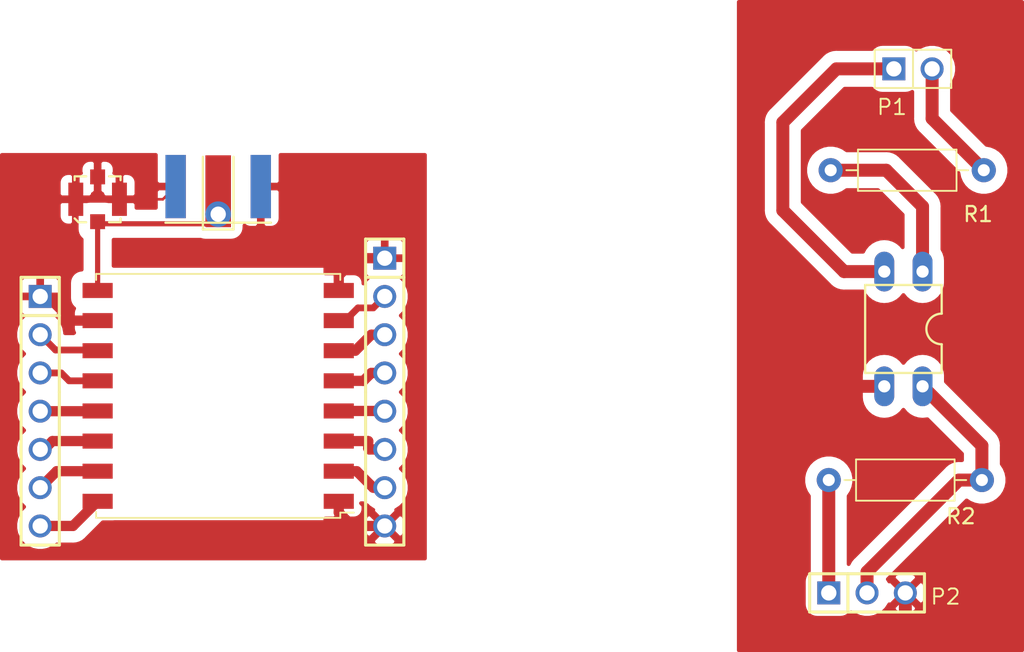
<source format=kicad_pcb>
(kicad_pcb (version 20171130) (host pcbnew "(5.1.9)-1")

  (general
    (thickness 1.6)
    (drawings 0)
    (tracks 74)
    (zones 0)
    (modules 11)
    (nets 15)
  )

  (page A4)
  (layers
    (0 F.Cu signal)
    (31 B.Cu signal)
    (32 B.Adhes user hide)
    (33 F.Adhes user hide)
    (34 B.Paste user hide)
    (35 F.Paste user hide)
    (36 B.SilkS user hide)
    (37 F.SilkS user hide)
    (38 B.Mask user hide)
    (39 F.Mask user hide)
    (40 Dwgs.User user hide)
    (41 Cmts.User user hide)
    (42 Eco1.User user hide)
    (43 Eco2.User user hide)
    (44 Edge.Cuts user hide)
    (45 Margin user hide)
    (46 B.CrtYd user hide)
    (47 F.CrtYd user)
    (48 B.Fab user hide)
    (49 F.Fab user hide)
  )

  (setup
    (last_trace_width 0.86)
    (user_trace_width 0.45)
    (user_trace_width 0.68)
    (user_trace_width 0.86)
    (trace_clearance 0.2)
    (zone_clearance 0.762)
    (zone_45_only no)
    (trace_min 0.2)
    (via_size 0.8)
    (via_drill 0.4)
    (via_min_size 0.4)
    (via_min_drill 0.3)
    (uvia_size 0.3)
    (uvia_drill 0.1)
    (uvias_allowed no)
    (uvia_min_size 0.2)
    (uvia_min_drill 0.1)
    (edge_width 0.05)
    (segment_width 0.2)
    (pcb_text_width 0.3)
    (pcb_text_size 1.5 1.5)
    (mod_edge_width 0.12)
    (mod_text_size 1 1)
    (mod_text_width 0.15)
    (pad_size 1.524 1.524)
    (pad_drill 1.016)
    (pad_to_mask_clearance 0)
    (aux_axis_origin 0 0)
    (visible_elements 7FFFFFFF)
    (pcbplotparams
      (layerselection 0x010fc_ffffffff)
      (usegerberextensions false)
      (usegerberattributes true)
      (usegerberadvancedattributes true)
      (creategerberjobfile true)
      (excludeedgelayer true)
      (linewidth 0.100000)
      (plotframeref false)
      (viasonmask false)
      (mode 1)
      (useauxorigin false)
      (hpglpennumber 1)
      (hpglpenspeed 20)
      (hpglpendiameter 15.000000)
      (psnegative false)
      (psa4output false)
      (plotreference true)
      (plotvalue true)
      (plotinvisibletext false)
      (padsonsilk false)
      (subtractmaskfromsilk false)
      (outputformat 1)
      (mirror false)
      (drillshape 1)
      (scaleselection 1)
      (outputdirectory ""))
  )

  (net 0 "")
  (net 1 /DIO2)
  (net 2 /DIO1)
  (net 3 /3V3)
  (net 4 /DIO0)
  (net 5 "Net-(P1-Pad3)")
  (net 6 "Net-(P1-Pad2)")
  (net 7 /GND)
  (net 8 /MOSI)
  (net 9 /NSS)
  (net 10 /RST)
  (net 11 "Net-(P2-Pad2)")
  (net 12 /MISO)
  (net 13 /SCK)
  (net 14 "Net-(U1-Pad9)")

  (net_class Default "This is the default net class."
    (clearance 0.2)
    (trace_width 0.25)
    (via_dia 0.8)
    (via_drill 0.4)
    (uvia_dia 0.3)
    (uvia_drill 0.1)
    (add_net /3V3)
    (add_net /DIO0)
    (add_net /DIO1)
    (add_net /DIO2)
    (add_net /GND)
    (add_net /MISO)
    (add_net /MOSI)
    (add_net /NSS)
    (add_net /RST)
    (add_net /SCK)
    (add_net "Net-(P1-Pad2)")
    (add_net "Net-(P1-Pad3)")
    (add_net "Net-(P2-Pad2)")
    (add_net "Net-(U1-Pad9)")
  )

  (module Header:HEADER_M_2.54MM_1R2P_ST_AU_PTH (layer F.Cu) (tedit 5E3B7C46) (tstamp 6030D884)
    (at 178.435 84.582)
    (tags Header)
    (path /6025BE47)
    (fp_text reference P1 (at -1.397 2.54) (layer F.SilkS)
      (effects (font (size 1.016 1.016) (thickness 0.127)))
    )
    (fp_text value " " (at 0 -2.159) (layer F.SilkS) hide
      (effects (font (size 1.016 1.016) (thickness 0.127)))
    )
    (fp_line (start 2.54 -1.27) (end 2.54 1.27) (layer F.CrtYd) (width 0.127))
    (fp_line (start 2.54 1.27) (end -2.54 1.27) (layer F.CrtYd) (width 0.127))
    (fp_line (start -2.54 1.27) (end -2.54 -1.27) (layer F.CrtYd) (width 0.127))
    (fp_line (start -2.54 -1.27) (end 2.54 -1.27) (layer F.CrtYd) (width 0.127))
    (fp_line (start -2.54 1.27) (end -2.54 -1.27) (layer F.Fab) (width 0.127))
    (fp_line (start 2.54 1.27) (end -2.54 1.27) (layer F.Fab) (width 0.127))
    (fp_line (start 2.54 -1.27) (end 2.54 1.27) (layer F.Fab) (width 0.127))
    (fp_line (start -2.54 -1.27) (end 2.54 -1.27) (layer F.Fab) (width 0.127))
    (fp_line (start 0 -1.27) (end 0 1.27) (layer F.SilkS) (width 0.127))
    (fp_line (start -2.54 1.27) (end -2.54 -1.27) (layer F.SilkS) (width 0.127))
    (fp_line (start -2.54 -1.27) (end 0 -1.27) (layer F.SilkS) (width 0.127))
    (fp_line (start -2.54 1.27) (end 0 1.27) (layer F.SilkS) (width 0.127))
    (fp_line (start 0 1.27) (end 2.54 1.27) (layer F.SilkS) (width 0.127))
    (fp_line (start 0 -1.27) (end 2.54 -1.27) (layer F.SilkS) (width 0.127))
    (fp_line (start 2.54 -1.27) (end 2.54 1.27) (layer F.SilkS) (width 0.127))
    (fp_text user %R (at 0 0) (layer F.Fab)
      (effects (font (size 1.016 1.016) (thickness 0.127)))
    )
    (pad 2 thru_hole circle (at 1.27 0) (size 1.524 1.524) (drill 1.016) (layers *.Cu *.Mask))
    (pad 1 thru_hole rect (at -1.27 0) (size 1.524 1.524) (drill 1.016) (layers *.Cu *.Mask))
    (model ${CASCO_LOGIX_KISYS3DMOD}/Headers/STEP/HEADER_M_2.54MM_1R2P_ST_AU_PTH.step
      (at (xyz 0 0 0))
      (scale (xyz 1 1 1))
      (rotate (xyz 0 0 0))
    )
  )

  (module Connector:SMA_EDGE (layer F.Cu) (tedit 60247C92) (tstamp 60247C98)
    (at 132.334 90.297 270)
    (path /561309D6)
    (fp_text reference " " (at 1.143 4.572) (layer F.SilkS) hide
      (effects (font (size 1.016 1.016) (thickness 0.2032)))
    )
    (fp_text value SMA (at 2.1 4.5 270) (layer F.Fab)
      (effects (font (size 1.016 1.016) (thickness 0.2032)))
    )
    (fp_line (start 0.2 -3.8) (end 1.2 -4.7) (layer F.Fab) (width 0.127))
    (fp_line (start 0.2 -3.8) (end 0.7 -4) (layer F.Fab) (width 0.127))
    (fp_line (start 0.2 -3.8) (end 0.4 -4.2) (layer F.Fab) (width 0.127))
    (fp_line (start 0 -3.5) (end 0 3.5) (layer F.Fab) (width 0.127))
    (fp_line (start 4.5 -3.5) (end 4.5 3.5) (layer F.SilkS) (width 0.15))
    (fp_text user "PCB Edge" (at 3.1 -5 270) (layer F.Fab) hide
      (effects (font (size 0.5 0.5) (thickness 0.1)))
    )
    (pad 1 connect rect (at 1.9 0 270) (size 3.6 1.27) (layers F.Cu F.Mask))
    (pad 3 connect rect (at 2.1 2.825 270) (size 4.199999 1.35) (layers F.Cu F.Mask)
      (net 7 /GND))
    (pad 2 connect rect (at 2.1 -2.825 270) (size 4.199999 1.35) (layers F.Cu F.Mask)
      (net 7 /GND))
    (pad "" connect rect (at 2.1 -2.825 270) (size 4.2 1.35) (layers B.Cu B.Mask))
    (pad "" connect rect (at 2.1 2.825 270) (size 4.2 1.35) (layers B.Cu B.Mask))
    (model C:/Engineering/KiCAD_Libraries/3D/Connectors/RF/VRML/SMA_EDGE.wrl
      (at (xyz 0 0 0))
      (scale (xyz 1 1 1))
      (rotate (xyz 0 0 0))
    )
  )

  (module Header:HEADER_M_2.54MM_1R3P_ST_AU_PTH (layer F.Cu) (tedit 603101F5) (tstamp 6030D870)
    (at 175.387 119.38)
    (tags Header)
    (path /6025DB5C)
    (fp_text reference P2 (at 5.207 0.254 180) (layer F.SilkS)
      (effects (font (size 1.016 1.016) (thickness 0.127)))
    )
    (fp_text value " " (at 0 -2.159) (layer F.SilkS) hide
      (effects (font (size 1.016 1.016) (thickness 0.127)))
    )
    (fp_line (start -1.27 -1.27) (end -1.27 1.27) (layer F.SilkS) (width 0.2032))
    (fp_line (start -3.81 -1.27) (end -3.81 1.27) (layer F.SilkS) (width 0.2032))
    (fp_line (start -3.81 1.27) (end 3.81 1.27) (layer F.SilkS) (width 0.2032))
    (fp_line (start 3.81 1.27) (end 3.81 -1.27) (layer F.SilkS) (width 0.2032))
    (fp_line (start 3.81 -1.27) (end -3.81 -1.27) (layer F.SilkS) (width 0.2032))
    (fp_line (start -3.81 -1.27) (end 3.81 -1.27) (layer F.Fab) (width 0.127))
    (fp_line (start 3.81 -1.27) (end 3.81 1.27) (layer F.Fab) (width 0.127))
    (fp_line (start 3.81 1.27) (end -3.81 1.27) (layer F.Fab) (width 0.127))
    (fp_line (start -3.81 1.27) (end -3.81 -1.27) (layer F.Fab) (width 0.127))
    (fp_line (start -3.81 -1.27) (end 3.81 -1.27) (layer F.CrtYd) (width 0.127))
    (fp_line (start 3.81 -1.27) (end 3.81 1.27) (layer F.CrtYd) (width 0.127))
    (fp_line (start 3.81 1.27) (end -3.81 1.27) (layer F.CrtYd) (width 0.127))
    (fp_line (start -3.81 1.27) (end -3.81 -1.27) (layer F.CrtYd) (width 0.127))
    (fp_text user %R (at 0 0) (layer F.Fab)
      (effects (font (size 1.016 1.016) (thickness 0.127)))
    )
    (pad 1 thru_hole rect (at -2.54 0) (size 1.524 1.524) (drill 1.016) (layers *.Cu *.Mask))
    (pad 2 thru_hole circle (at 0 0) (size 1.524 1.524) (drill 1.016) (layers *.Cu *.Mask))
    (pad 3 thru_hole circle (at 2.54 0) (size 1.524 1.524) (drill 1.016) (layers *.Cu *.Mask))
    (model ${CASCO_LOGIX_KISYS3DMOD}/Headers/STEP/HEADER_M_2.54MM_1R3P_ST_AU_PTH.step
      (at (xyz 0 0 0))
      (scale (xyz 1 1 1))
      (rotate (xyz 0 0 0))
    )
  )

  (module Resistor_THT:R_Axial_DIN0207_L6.3mm_D2.5mm_P10.16mm_Horizontal (layer F.Cu) (tedit 5AE5139B) (tstamp 6030D85A)
    (at 172.847 111.887)
    (descr "Resistor, Axial_DIN0207 series, Axial, Horizontal, pin pitch=10.16mm, 0.25W = 1/4W, length*diameter=6.3*2.5mm^2, http://cdn-reichelt.de/documents/datenblatt/B400/1_4W%23YAG.pdf")
    (tags "Resistor Axial_DIN0207 series Axial Horizontal pin pitch 10.16mm 0.25W = 1/4W length 6.3mm diameter 2.5mm")
    (path /6025B430)
    (fp_text reference R2 (at 8.763 2.413) (layer F.SilkS)
      (effects (font (size 1 1) (thickness 0.15)))
    )
    (fp_text value R (at 5.08 2.37) (layer F.Fab)
      (effects (font (size 1 1) (thickness 0.15)))
    )
    (fp_line (start 1.93 -1.25) (end 1.93 1.25) (layer F.Fab) (width 0.1))
    (fp_line (start 1.93 1.25) (end 8.23 1.25) (layer F.Fab) (width 0.1))
    (fp_line (start 8.23 1.25) (end 8.23 -1.25) (layer F.Fab) (width 0.1))
    (fp_line (start 8.23 -1.25) (end 1.93 -1.25) (layer F.Fab) (width 0.1))
    (fp_line (start 0 0) (end 1.93 0) (layer F.Fab) (width 0.1))
    (fp_line (start 10.16 0) (end 8.23 0) (layer F.Fab) (width 0.1))
    (fp_line (start 1.81 -1.37) (end 1.81 1.37) (layer F.SilkS) (width 0.12))
    (fp_line (start 1.81 1.37) (end 8.35 1.37) (layer F.SilkS) (width 0.12))
    (fp_line (start 8.35 1.37) (end 8.35 -1.37) (layer F.SilkS) (width 0.12))
    (fp_line (start 8.35 -1.37) (end 1.81 -1.37) (layer F.SilkS) (width 0.12))
    (fp_line (start 1.04 0) (end 1.81 0) (layer F.SilkS) (width 0.12))
    (fp_line (start 9.12 0) (end 8.35 0) (layer F.SilkS) (width 0.12))
    (fp_line (start -1.05 -1.5) (end -1.05 1.5) (layer F.CrtYd) (width 0.05))
    (fp_line (start -1.05 1.5) (end 11.21 1.5) (layer F.CrtYd) (width 0.05))
    (fp_line (start 11.21 1.5) (end 11.21 -1.5) (layer F.CrtYd) (width 0.05))
    (fp_line (start 11.21 -1.5) (end -1.05 -1.5) (layer F.CrtYd) (width 0.05))
    (fp_text user %R (at 5.08 0) (layer F.Fab)
      (effects (font (size 1 1) (thickness 0.15)))
    )
    (pad 2 thru_hole oval (at 10.16 0) (size 1.6 1.6) (drill 0.8) (layers *.Cu *.Mask))
    (pad 1 thru_hole circle (at 0 0) (size 1.6 1.6) (drill 0.8) (layers *.Cu *.Mask))
    (model ${KISYS3DMOD}/Resistor_THT.3dshapes/R_Axial_DIN0207_L6.3mm_D2.5mm_P10.16mm_Horizontal.wrl
      (at (xyz 0 0 0))
      (scale (xyz 1 1 1))
      (rotate (xyz 0 0 0))
    )
  )

  (module PC814:DIL04 (layer F.Cu) (tedit 60227CC4) (tstamp 6030D84D)
    (at 177.8 101.854 180)
    (descr "<b>Dual In Line Package</b>")
    (path /60258C89)
    (fp_text reference " " (at -0.127 -0.254 180) (layer F.SilkS) hide
      (effects (font (size 1.000126 1.000126) (thickness 0.015)))
    )
    (fp_text value PC814 (at 3.559965 -0.254275 180) (layer F.Fab)
      (effects (font (size 1.00111 1.00111) (thickness 0.015)))
    )
    (fp_line (start -2.54 2.921) (end -2.54 1.016) (layer F.SilkS) (width 0.1524))
    (fp_line (start -2.54 -2.921) (end -2.54 -1.016) (layer F.SilkS) (width 0.1524))
    (fp_line (start 2.54 -2.921) (end 2.54 2.921) (layer F.SilkS) (width 0.1524))
    (fp_line (start -2.54 2.921) (end 2.54 2.921) (layer F.SilkS) (width 0.1524))
    (fp_line (start 2.54 -2.921) (end -2.54 -2.921) (layer F.SilkS) (width 0.1524))
    (fp_arc (start -2.54 0) (end -2.54 1.016) (angle -180) (layer F.SilkS) (width 0.1524))
    (pad 1 thru_hole oval (at -1.27 3.81 180) (size 1.3208 2.6416) (drill 0.8128) (layers *.Cu *.Mask))
    (pad 2 thru_hole oval (at 1.27 3.81 180) (size 1.3208 2.6416) (drill 0.8128) (layers *.Cu *.Mask))
    (pad 3 thru_hole oval (at 1.27 -3.81 180) (size 1.3208 2.6416) (drill 0.8128) (layers *.Cu *.Mask))
    (pad 4 thru_hole oval (at -1.27 -3.81 180) (size 1.3208 2.6416) (drill 0.8128) (layers *.Cu *.Mask))
  )

  (module Resistor_THT:R_Axial_DIN0207_L6.3mm_D2.5mm_P10.16mm_Horizontal (layer F.Cu) (tedit 5AE5139B) (tstamp 6030D837)
    (at 183.134 91.313 180)
    (descr "Resistor, Axial_DIN0207 series, Axial, Horizontal, pin pitch=10.16mm, 0.25W = 1/4W, length*diameter=6.3*2.5mm^2, http://cdn-reichelt.de/documents/datenblatt/B400/1_4W%23YAG.pdf")
    (tags "Resistor Axial_DIN0207 series Axial Horizontal pin pitch 10.16mm 0.25W = 1/4W length 6.3mm diameter 2.5mm")
    (path /6025AB7B)
    (fp_text reference R1 (at 0.381 -2.921) (layer F.SilkS)
      (effects (font (size 1 1) (thickness 0.15)))
    )
    (fp_text value R (at 5.08 2.37) (layer F.Fab)
      (effects (font (size 1 1) (thickness 0.15)))
    )
    (fp_line (start 11.21 -1.5) (end -1.05 -1.5) (layer F.CrtYd) (width 0.05))
    (fp_line (start 11.21 1.5) (end 11.21 -1.5) (layer F.CrtYd) (width 0.05))
    (fp_line (start -1.05 1.5) (end 11.21 1.5) (layer F.CrtYd) (width 0.05))
    (fp_line (start -1.05 -1.5) (end -1.05 1.5) (layer F.CrtYd) (width 0.05))
    (fp_line (start 9.12 0) (end 8.35 0) (layer F.SilkS) (width 0.12))
    (fp_line (start 1.04 0) (end 1.81 0) (layer F.SilkS) (width 0.12))
    (fp_line (start 8.35 -1.37) (end 1.81 -1.37) (layer F.SilkS) (width 0.12))
    (fp_line (start 8.35 1.37) (end 8.35 -1.37) (layer F.SilkS) (width 0.12))
    (fp_line (start 1.81 1.37) (end 8.35 1.37) (layer F.SilkS) (width 0.12))
    (fp_line (start 1.81 -1.37) (end 1.81 1.37) (layer F.SilkS) (width 0.12))
    (fp_line (start 10.16 0) (end 8.23 0) (layer F.Fab) (width 0.1))
    (fp_line (start 0 0) (end 1.93 0) (layer F.Fab) (width 0.1))
    (fp_line (start 8.23 -1.25) (end 1.93 -1.25) (layer F.Fab) (width 0.1))
    (fp_line (start 8.23 1.25) (end 8.23 -1.25) (layer F.Fab) (width 0.1))
    (fp_line (start 1.93 1.25) (end 8.23 1.25) (layer F.Fab) (width 0.1))
    (fp_line (start 1.93 -1.25) (end 1.93 1.25) (layer F.Fab) (width 0.1))
    (fp_text user %R (at 5.08 0) (layer F.Fab)
      (effects (font (size 1 1) (thickness 0.15)))
    )
    (pad 1 thru_hole circle (at 0 0 180) (size 1.6 1.6) (drill 0.8) (layers *.Cu *.Mask))
    (pad 2 thru_hole oval (at 10.16 0 180) (size 1.6 1.6) (drill 0.8) (layers *.Cu *.Mask))
    (model ${KISYS3DMOD}/Resistor_THT.3dshapes/R_Axial_DIN0207_L6.3mm_D2.5mm_P10.16mm_Horizontal.wrl
      (at (xyz 0 0 0))
      (scale (xyz 1 1 1))
      (rotate (xyz 0 0 0))
    )
  )

  (module Connector:U.FL-R-SMT (layer F.Cu) (tedit 60247CCA) (tstamp 602479C4)
    (at 124.333 93.2434)
    (path /561159A2)
    (attr smd)
    (fp_text reference " " (at 1.524 2.5146) (layer F.SilkS) hide
      (effects (font (size 1.016 1.016) (thickness 0.2032)))
    )
    (fp_text value u.FL (at 0 3.81) (layer F.Fab) hide
      (effects (font (size 1.016 1.016) (thickness 0.2032)))
    )
    (fp_line (start 1.524 1.27) (end 1.524 1.524) (layer F.SilkS) (width 0.15))
    (fp_line (start -1.524 -1.524) (end -1.524 -1.27) (layer F.SilkS) (width 0.15))
    (fp_line (start 1.524 -1.524) (end 1.524 -1.27) (layer F.SilkS) (width 0.15))
    (fp_line (start -1.27 1.524) (end -0.762 1.524) (layer F.SilkS) (width 0.15))
    (fp_line (start -1.524 1.27) (end -1.27 1.524) (layer F.SilkS) (width 0.15))
    (fp_line (start -1.524 -1.524) (end -0.762 -1.524) (layer F.SilkS) (width 0.15))
    (fp_line (start 0.762 1.524) (end 1.524 1.524) (layer F.SilkS) (width 0.15))
    (fp_line (start 0.762 -1.524) (end 1.524 -1.524) (layer F.SilkS) (width 0.15))
    (pad 3 smd rect (at 0 -1.4859) (size 0.9906 0.9906) (layers F.Cu F.Paste F.Mask)
      (net 7 /GND))
    (pad 2 smd rect (at -1.4478 0) (size 0.9906 2.2098) (layers F.Cu F.Paste F.Mask)
      (net 7 /GND))
    (pad 4 smd rect (at 1.4478 0) (size 0.9906 2.2098) (layers F.Cu F.Paste F.Mask)
      (net 7 /GND))
    (pad 1 smd rect (at 0 1.4859) (size 0.9906 0.9906) (layers F.Cu F.Paste F.Mask))
    (model C:/Engineering/KiCAD_Libraries/3D/Connectors/RF/VRML/UFL-R-SMT.wrl_
      (at (xyz 0 0 0))
      (scale (xyz 1 1 1))
      (rotate (xyz 0 0 0))
    )
  )

  (module Passive:ANTENNA_HELICAL_RA (layer F.Cu) (tedit 602FE13C) (tstamp 6024E84E)
    (at 132.334 94.234)
    (path /56130BF5)
    (fp_text reference " " (at 0 1.778) (layer F.SilkS) hide
      (effects (font (size 1.016 1.016) (thickness 0.2032)))
    )
    (fp_text value " " (at 0 1.778) (layer F.SilkS) hide
      (effects (font (size 1.016 1.016) (thickness 0.2032)))
    )
    (fp_line (start 1.016 1.016) (end 1.016 -3.81) (layer F.SilkS) (width 0.15))
    (fp_line (start -1.016 -3.81) (end -1.016 1.016) (layer F.SilkS) (width 0.15))
    (fp_line (start -1.016 1.016) (end 1.016 1.016) (layer F.SilkS) (width 0.15))
    (pad 1 smd rect (at 0 -1.524) (size 1.7018 4.7752) (layers F.Cu F.Mask))
    (pad 1 thru_hole circle (at 0 0) (size 1.7018 1.7018) (drill 1.016) (layers *.Cu *.Mask))
    (model C:/Engineering/KiCAD_Libraries/3D/Discrete/Passive/Antenna/VRML/SW868-TH13.wrl_
      (at (xyz 0 0 0))
      (scale (xyz 1 1 1))
      (rotate (xyz 0 0 0))
    )
  )

  (module Header:HEADER_M_2.54MM_1R7P_ST_AU_PTH (layer F.Cu) (tedit 5483E3A0) (tstamp 6024E41D)
    (at 120.523 107.315 270)
    (tags Header)
    (path /60249194)
    (fp_text reference " " (at 0 2.54 90) (layer F.SilkS) hide
      (effects (font (size 1.016 1.016) (thickness 0.127)))
    )
    (fp_text value " " (at -0.762 -20.193 90) (layer F.SilkS) hide
      (effects (font (size 1.016 1.016) (thickness 0.127)))
    )
    (fp_line (start 3.81 1.27) (end 8.89 1.27) (layer F.SilkS) (width 0.2032))
    (fp_line (start 3.81 -1.27) (end 8.89 -1.27) (layer F.SilkS) (width 0.2032))
    (fp_line (start -1.27 1.27) (end 3.81 1.27) (layer F.SilkS) (width 0.2032))
    (fp_line (start -1.27 -1.27) (end 3.81 -1.27) (layer F.SilkS) (width 0.2032))
    (fp_line (start -6.35 -1.27) (end -6.35 1.27) (layer F.SilkS) (width 0.2032))
    (fp_line (start -8.89 -1.27) (end -8.89 1.27) (layer F.SilkS) (width 0.2032))
    (fp_line (start -8.89 1.27) (end -1.27 1.27) (layer F.SilkS) (width 0.2032))
    (fp_line (start 8.89 1.27) (end 8.89 -1.27) (layer F.SilkS) (width 0.2032))
    (fp_line (start -1.27 -1.27) (end -8.89 -1.27) (layer F.SilkS) (width 0.2032))
    (pad 7 thru_hole circle (at 7.62 0 270) (size 1.524 1.524) (drill 1.016) (layers *.Cu *.Mask)
      (net 1 /DIO2))
    (pad 6 thru_hole circle (at 5.08 0 270) (size 1.524 1.524) (drill 1.016) (layers *.Cu *.Mask)
      (net 2 /DIO1))
    (pad 4 thru_hole circle (at 0 0 270) (size 1.524 1.524) (drill 1.016) (layers *.Cu *.Mask)
      (net 3 /3V3))
    (pad 5 thru_hole circle (at 2.54 0 270) (size 1.524 1.524) (drill 1.016) (layers *.Cu *.Mask)
      (net 4 /DIO0))
    (pad 3 thru_hole circle (at -2.54 0 270) (size 1.524 1.524) (drill 1.016) (layers *.Cu *.Mask)
      (net 5 "Net-(P1-Pad3)"))
    (pad 2 thru_hole circle (at -5.08 0 270) (size 1.524 1.524) (drill 1.016) (layers *.Cu *.Mask)
      (net 6 "Net-(P1-Pad2)"))
    (pad 1 thru_hole rect (at -7.62 0 270) (size 1.524 1.524) (drill 1.016) (layers *.Cu *.Mask)
      (net 7 /GND))
    (model C:/Engineering/KiCAD_Libraries/3D/Headers/VRML/HEADER_M_2.54MM_1R7P_ST_AU_PTH.wrl
      (at (xyz 0 0 0))
      (scale (xyz 1 1 1))
      (rotate (xyz 0 0 0))
    )
  )

  (module Header:HEADER_M_2.54MM_1R8P_ST_AU_PTH (layer F.Cu) (tedit 5483E539) (tstamp 6024E35E)
    (at 143.383 106.045 270)
    (tags Header)
    (path /6024B676)
    (fp_text reference " " (at 0 2.286 90) (layer F.SilkS) hide
      (effects (font (size 1.016 1.016) (thickness 0.127)))
    )
    (fp_text value " " (at 0 -2.159 90) (layer F.SilkS) hide
      (effects (font (size 1.016 1.016) (thickness 0.127)))
    )
    (fp_line (start 5.08 1.27) (end 10.16 1.27) (layer F.SilkS) (width 0.2032))
    (fp_line (start 5.08 -1.27) (end 10.16 -1.27) (layer F.SilkS) (width 0.2032))
    (fp_line (start 0 1.27) (end 5.08 1.27) (layer F.SilkS) (width 0.2032))
    (fp_line (start 0 -1.27) (end 5.08 -1.27) (layer F.SilkS) (width 0.2032))
    (fp_line (start -2.54 -1.27) (end 0 -1.27) (layer F.SilkS) (width 0.2032))
    (fp_line (start -2.54 1.27) (end 0 1.27) (layer F.SilkS) (width 0.2032))
    (fp_line (start -5.08 1.27) (end -2.54 1.27) (layer F.SilkS) (width 0.2032))
    (fp_line (start -5.08 -1.27) (end -2.54 -1.27) (layer F.SilkS) (width 0.2032))
    (fp_line (start 10.16 -1.27) (end 10.16 1.27) (layer F.SilkS) (width 0.2032))
    (fp_line (start -7.62 -1.27) (end -5.08 -1.27) (layer F.SilkS) (width 0.2032))
    (fp_line (start -7.62 1.27) (end -5.08 1.27) (layer F.SilkS) (width 0.2032))
    (fp_line (start -10.16 1.27) (end -7.62 1.27) (layer F.SilkS) (width 0.2032))
    (fp_line (start -10.16 -1.27) (end -7.62 -1.27) (layer F.SilkS) (width 0.2032))
    (fp_line (start -10.16 1.27) (end -10.16 -1.27) (layer F.SilkS) (width 0.2032))
    (fp_line (start -7.62 -1.27) (end -7.62 1.27) (layer F.SilkS) (width 0.2032))
    (pad 6 thru_hole circle (at 3.81 0 270) (size 1.524 1.524) (drill 1.016) (layers *.Cu *.Mask)
      (net 8 /MOSI))
    (pad 4 thru_hole circle (at -1.27 0 270) (size 1.524 1.524) (drill 1.016) (layers *.Cu *.Mask)
      (net 9 /NSS))
    (pad 3 thru_hole circle (at -3.81 0 270) (size 1.524 1.524) (drill 1.016) (layers *.Cu *.Mask)
      (net 10 /RST))
    (pad 2 thru_hole circle (at -6.35 0 270) (size 1.524 1.524) (drill 1.016) (layers *.Cu *.Mask)
      (net 11 "Net-(P2-Pad2)"))
    (pad 1 thru_hole rect (at -8.89 0 270) (size 1.524 1.524) (drill 1.016) (layers *.Cu *.Mask)
      (net 7 /GND))
    (pad 7 thru_hole circle (at 6.35 0 270) (size 1.524 1.524) (drill 1.016) (layers *.Cu *.Mask)
      (net 12 /MISO))
    (pad 8 thru_hole circle (at 8.89 0 270) (size 1.524 1.524) (drill 1.016) (layers *.Cu *.Mask)
      (net 7 /GND))
    (pad 5 thru_hole circle (at 1.27 0 270) (size 1.524 1.524) (drill 1.016) (layers *.Cu *.Mask)
      (net 13 /SCK))
    (model C:/Engineering/KiCAD_Libraries/3D/Headers/VRML/HEADER_M_2.54MM_1R8P_ST_AU_PTH.wrl
      (at (xyz 0 0 0))
      (scale (xyz 1 1 1))
      (rotate (xyz 0 0 0))
    )
  )

  (module RF_Module:HOPERF_RFM9XW_SMD (layer F.Cu) (tedit 60247DD1) (tstamp 6024DFB8)
    (at 132.334 106.299 180)
    (descr "Low Power Long Range Transceiver Module SMD-16 (https://www.hoperf.com/data/upload/portal/20181127/5bfcbea20e9ef.pdf)")
    (tags "LoRa Low Power Long Range Transceiver Module")
    (path /60254BE6)
    (attr smd)
    (fp_text reference " " (at 0 -9.2) (layer F.SilkS) hide
      (effects (font (size 1 1) (thickness 0.15)))
    )
    (fp_text value RFM95 (at 0 9.5) (layer F.Fab) hide
      (effects (font (size 1 1) (thickness 0.15)))
    )
    (fp_line (start -7 -8) (end 8 -8) (layer F.Fab) (width 0.1))
    (fp_line (start 8 8) (end 8 -8) (layer F.Fab) (width 0.1))
    (fp_line (start -8 8) (end 8 8) (layer F.Fab) (width 0.1))
    (fp_line (start -8 8) (end -8 -7) (layer F.Fab) (width 0.1))
    (fp_line (start -9.25 -8.25) (end 9.25 -8.25) (layer F.CrtYd) (width 0.05))
    (fp_line (start 9.25 -8.25) (end 9.25 8.25) (layer F.CrtYd) (width 0.05))
    (fp_line (start -9.25 8.25) (end 9.25 8.25) (layer F.CrtYd) (width 0.05))
    (fp_line (start -9.25 8.25) (end -9.25 -8.25) (layer F.CrtYd) (width 0.05))
    (fp_line (start -8.1 -8.1) (end 8.1 -8.1) (layer F.SilkS) (width 0.12))
    (fp_line (start 8.1 -8.1) (end 8.1 -7.7) (layer F.SilkS) (width 0.12))
    (fp_line (start -8.1 7.7) (end -8.1 8.1) (layer F.SilkS) (width 0.12))
    (fp_line (start -8.1 8.1) (end 8.1 8.1) (layer F.SilkS) (width 0.12))
    (fp_line (start 8.1 8.1) (end 8.1 7.7) (layer F.SilkS) (width 0.12))
    (fp_line (start -8.1 -8.1) (end -8.1 -7.75) (layer F.SilkS) (width 0.12))
    (fp_line (start -8.1 -7.75) (end -9 -7.75) (layer F.SilkS) (width 0.12))
    (fp_line (start -7 -8) (end -8 -7) (layer F.Fab) (width 0.1))
    (fp_text user %R (at 0 0) (layer F.Fab) hide
      (effects (font (size 1 1) (thickness 0.15)))
    )
    (pad 1 smd rect (at -8 -7 180) (size 2 1) (layers F.Cu F.Paste F.Mask)
      (net 7 /GND))
    (pad 2 smd rect (at -8 -5 180) (size 2 1) (layers F.Cu F.Paste F.Mask)
      (net 12 /MISO))
    (pad 3 smd rect (at -8 -3 180) (size 2 1) (layers F.Cu F.Paste F.Mask)
      (net 8 /MOSI))
    (pad 4 smd rect (at -8 -1 180) (size 2 1) (layers F.Cu F.Paste F.Mask)
      (net 13 /SCK))
    (pad 5 smd rect (at -8 1 180) (size 2 1) (layers F.Cu F.Paste F.Mask)
      (net 9 /NSS))
    (pad 6 smd rect (at -8 3 180) (size 2 1) (layers F.Cu F.Paste F.Mask)
      (net 10 /RST))
    (pad 7 smd rect (at -8 5 180) (size 2 1) (layers F.Cu F.Paste F.Mask)
      (net 11 "Net-(P2-Pad2)"))
    (pad 8 smd rect (at -8 7 180) (size 2 1) (layers F.Cu F.Paste F.Mask)
      (net 7 /GND))
    (pad 9 smd rect (at 8 7 180) (size 2 1) (layers F.Cu F.Paste F.Mask)
      (net 14 "Net-(U1-Pad9)"))
    (pad 10 smd rect (at 8 5 180) (size 2 1) (layers F.Cu F.Paste F.Mask)
      (net 7 /GND))
    (pad 11 smd rect (at 8 3 180) (size 2 1) (layers F.Cu F.Paste F.Mask)
      (net 6 "Net-(P1-Pad2)"))
    (pad 12 smd rect (at 8 1 180) (size 2 1) (layers F.Cu F.Paste F.Mask)
      (net 5 "Net-(P1-Pad3)"))
    (pad 13 smd rect (at 8 -1 180) (size 2 1) (layers F.Cu F.Paste F.Mask)
      (net 3 /3V3))
    (pad 14 smd rect (at 8 -3 180) (size 2 1) (layers F.Cu F.Paste F.Mask)
      (net 4 /DIO0))
    (pad 15 smd rect (at 8 -5 180) (size 2 1) (layers F.Cu F.Paste F.Mask)
      (net 2 /DIO1))
    (pad 16 smd rect (at 8 -7 180) (size 2 1) (layers F.Cu F.Paste F.Mask)
      (net 1 /DIO2))
    (model ${KISYS3DMOD}/RF_Module.3dshapes/HOPERF_RFM9XW_SMD.wrl
      (at (xyz 0 0 0))
      (scale (xyz 1 1 1))
      (rotate (xyz 0 0 0))
    )
  )

  (segment (start 131.699 94.869) (end 124.5997 94.869) (width 0.3429) (layer F.Cu) (net 0) (tstamp 60247A22))
  (segment (start 132.334 94.234) (end 131.699 94.869) (width 0.3429) (layer F.Cu) (net 0) (tstamp 60247C2E))
  (segment (start 132.334 94.234) (end 132.334 92.71) (width 0.3429) (layer F.Cu) (net 0) (tstamp 60247C4D))
  (segment (start 179.705 87.884) (end 183.134 91.313) (width 0.86) (layer F.Cu) (net 0))
  (segment (start 179.705 84.582) (end 179.705 87.884) (width 0.86) (layer F.Cu) (net 0))
  (segment (start 179.07 98.044) (end 179.07 93.726) (width 0.86) (layer F.Cu) (net 0))
  (segment (start 176.657 91.313) (end 172.974 91.313) (width 0.86) (layer F.Cu) (net 0))
  (segment (start 179.07 93.726) (end 176.657 91.313) (width 0.86) (layer F.Cu) (net 0))
  (segment (start 177.165 84.582) (end 173.355 84.582) (width 0.86) (layer F.Cu) (net 0))
  (segment (start 173.355 84.582) (end 169.799 88.138) (width 0.86) (layer F.Cu) (net 0))
  (segment (start 169.799 88.138) (end 169.799 93.98) (width 0.86) (layer F.Cu) (net 0))
  (segment (start 173.863 98.044) (end 176.53 98.044) (width 0.86) (layer F.Cu) (net 0))
  (segment (start 169.799 93.98) (end 173.863 98.044) (width 0.86) (layer F.Cu) (net 0))
  (segment (start 183.007 109.601) (end 179.07 105.664) (width 0.86) (layer F.Cu) (net 0))
  (segment (start 183.007 111.887) (end 183.007 109.601) (width 0.86) (layer F.Cu) (net 0))
  (segment (start 172.847 111.887) (end 172.847 119.38) (width 0.86) (layer F.Cu) (net 0))
  (segment (start 176.53 105.664) (end 176.53 106.426) (width 0.86) (layer F.Cu) (net 0))
  (segment (start 175.387 119.38) (end 175.387 117.983) (width 0.86) (layer F.Cu) (net 0))
  (segment (start 181.483 111.887) (end 182.499 111.887) (width 0.86) (layer F.Cu) (net 0))
  (segment (start 175.387 117.983) (end 181.483 111.887) (width 0.86) (layer F.Cu) (net 0))
  (segment (start 182.499 111.887) (end 183.007 111.887) (width 0.86) (layer F.Cu) (net 0))
  (segment (start 177.927 121.031) (end 177.927 119.38) (width 0.86) (layer F.Cu) (net 0))
  (segment (start 177.419 121.539) (end 177.927 121.031) (width 0.86) (layer F.Cu) (net 0))
  (segment (start 171.069 121.539) (end 177.419 121.539) (width 0.86) (layer F.Cu) (net 0))
  (segment (start 169.037 119.507) (end 171.069 121.539) (width 0.86) (layer F.Cu) (net 0))
  (segment (start 170.688 105.664) (end 169.037 107.315) (width 0.86) (layer F.Cu) (net 0))
  (segment (start 169.037 107.315) (end 169.037 119.507) (width 0.86) (layer F.Cu) (net 0))
  (segment (start 176.53 105.664) (end 170.688 105.664) (width 0.86) (layer F.Cu) (net 0))
  (segment (start 122.698 114.935) (end 124.334 113.299) (width 0.68) (layer F.Cu) (net 1))
  (segment (start 120.523 114.935) (end 122.698 114.935) (width 0.68) (layer F.Cu) (net 1))
  (segment (start 121.619 111.299) (end 124.334 111.299) (width 0.68) (layer F.Cu) (net 2))
  (segment (start 120.523 112.395) (end 121.619 111.299) (width 0.68) (layer F.Cu) (net 2))
  (segment (start 124.318 107.315) (end 124.334 107.299) (width 0.68) (layer F.Cu) (net 3))
  (segment (start 120.523 107.315) (end 124.318 107.315) (width 0.68) (layer F.Cu) (net 3))
  (segment (start 120.523 109.855) (end 120.777 109.855) (width 0.68) (layer F.Cu) (net 4))
  (segment (start 121.333 109.299) (end 124.334 109.299) (width 0.68) (layer F.Cu) (net 4))
  (segment (start 120.777 109.855) (end 121.333 109.299) (width 0.68) (layer F.Cu) (net 4))
  (segment (start 120.523 104.775) (end 121.92 104.775) (width 0.45) (layer F.Cu) (net 5))
  (segment (start 122.444 105.299) (end 124.334 105.299) (width 0.45) (layer F.Cu) (net 5))
  (segment (start 121.92 104.775) (end 122.444 105.299) (width 0.45) (layer F.Cu) (net 5))
  (segment (start 120.523 102.235) (end 121.539 103.251) (width 0.45) (layer F.Cu) (net 6))
  (segment (start 124.286 103.251) (end 124.334 103.299) (width 0.45) (layer F.Cu) (net 6))
  (segment (start 121.539 103.251) (end 124.286 103.251) (width 0.45) (layer F.Cu) (net 6))
  (segment (start 140.334 99.299) (end 140.334 98.299) (width 0.68) (layer F.Cu) (net 7))
  (segment (start 141.478 97.155) (end 143.383 97.155) (width 0.68) (layer F.Cu) (net 7))
  (segment (start 140.334 98.299) (end 141.478 97.155) (width 0.68) (layer F.Cu) (net 7))
  (segment (start 140.334 113.299) (end 140.334 114.045) (width 0.68) (layer F.Cu) (net 7))
  (segment (start 141.224 114.935) (end 143.383 114.935) (width 0.68) (layer F.Cu) (net 7))
  (segment (start 140.334 114.045) (end 141.224 114.935) (width 0.68) (layer F.Cu) (net 7))
  (segment (start 120.523 99.695) (end 121.031 99.695) (width 0.68) (layer F.Cu) (net 7))
  (segment (start 122.635 101.299) (end 124.334 101.299) (width 0.68) (layer F.Cu) (net 7))
  (segment (start 121.031 99.695) (end 122.635 101.299) (width 0.68) (layer F.Cu) (net 7))
  (segment (start 128.6626 93.2434) (end 129.509 92.397) (width 0.174244) (layer F.Cu) (net 7))
  (segment (start 125.7808 93.2434) (end 128.6626 93.2434) (width 0.174244) (layer F.Cu) (net 7))
  (segment (start 142.367 109.855) (end 143.383 109.855) (width 0.68) (layer F.Cu) (net 8))
  (segment (start 142.288 109.776) (end 142.367 109.855) (width 0.68) (layer F.Cu) (net 8))
  (segment (start 142.288 109.299) (end 142.288 109.776) (width 0.68) (layer F.Cu) (net 8))
  (segment (start 140.334 109.299) (end 142.288 109.299) (width 0.68) (layer F.Cu) (net 8))
  (segment (start 140.334 105.299) (end 141.97 105.299) (width 0.68) (layer F.Cu) (net 9))
  (segment (start 142.494 104.775) (end 143.383 104.775) (width 0.68) (layer F.Cu) (net 9))
  (segment (start 141.97 105.299) (end 142.494 104.775) (width 0.68) (layer F.Cu) (net 9))
  (segment (start 140.334 103.299) (end 141.43 103.299) (width 0.68) (layer F.Cu) (net 10))
  (segment (start 142.494 102.235) (end 143.383 102.235) (width 0.68) (layer F.Cu) (net 10))
  (segment (start 141.43 103.299) (end 142.494 102.235) (width 0.68) (layer F.Cu) (net 10))
  (segment (start 140.334 101.299) (end 140.763 101.299) (width 0.45) (layer F.Cu) (net 11))
  (segment (start 140.763 101.299) (end 141.605 100.457) (width 0.45) (layer F.Cu) (net 11))
  (segment (start 142.621001 100.456999) (end 143.383 99.695) (width 0.45) (layer F.Cu) (net 11))
  (segment (start 141.605 100.457) (end 142.621001 100.456999) (width 0.45) (layer F.Cu) (net 11))
  (segment (start 140.334 111.299) (end 141.525 111.299) (width 0.68) (layer F.Cu) (net 12))
  (segment (start 142.621 112.395) (end 143.383 112.395) (width 0.68) (layer F.Cu) (net 12))
  (segment (start 141.525 111.299) (end 142.621 112.395) (width 0.68) (layer F.Cu) (net 12))
  (segment (start 143.367 107.299) (end 143.383 107.315) (width 0.68) (layer F.Cu) (net 13))
  (segment (start 140.334 107.299) (end 143.367 107.299) (width 0.68) (layer F.Cu) (net 13))
  (segment (start 124.334 94.7303) (end 124.334 99.299) (width 0.3429) (layer F.Cu) (net 14) (tstamp 60247949))

  (zone (net 7) (net_name /GND) (layer F.Cu) (tstamp 0) (hatch edge 0.508)
    (connect_pads (clearance 0.762))
    (min_thickness 0.254)
    (fill yes (arc_segments 32) (thermal_gap 0.508) (thermal_bridge_width 0.508))
    (polygon
      (pts
        (xy 146.177 117.221) (xy 117.856 117.221) (xy 117.856 90.17) (xy 146.177 90.17)
      )
    )
    (filled_polygon
      (pts
        (xy 128.195928 90.297001) (xy 128.199 92.11125) (xy 128.35775 92.27) (xy 129.382 92.27) (xy 129.382 92.25)
        (xy 129.636 92.25) (xy 129.636 92.27) (xy 129.656 92.27) (xy 129.656 92.524) (xy 129.636 92.524)
        (xy 129.636 92.544) (xy 129.382 92.544) (xy 129.382 92.524) (xy 128.35775 92.524) (xy 128.199 92.68275)
        (xy 128.197094 93.80855) (xy 126.912148 93.80855) (xy 126.9111 93.52915) (xy 126.75235 93.3704) (xy 125.9078 93.3704)
        (xy 125.9078 93.3904) (xy 125.6538 93.3904) (xy 125.6538 93.3704) (xy 125.0439 93.3704) (xy 125.002574 93.357864)
        (xy 124.8283 93.340699) (xy 123.8377 93.340699) (xy 123.663426 93.357864) (xy 123.6221 93.3704) (xy 123.0122 93.3704)
        (xy 123.0122 93.892798) (xy 122.961564 94.059726) (xy 122.944399 94.234) (xy 122.944399 95.2246) (xy 122.961564 95.398874)
        (xy 123.012397 95.566451) (xy 123.094947 95.720891) (xy 123.206041 95.856259) (xy 123.27355 95.911663) (xy 123.273551 97.911653)
        (xy 123.159726 97.922864) (xy 122.992149 97.973697) (xy 122.837709 98.056247) (xy 122.702341 98.167341) (xy 122.591247 98.302709)
        (xy 122.508697 98.457149) (xy 122.457864 98.624726) (xy 122.440699 98.799) (xy 122.440699 99.799) (xy 122.457864 99.973274)
        (xy 122.508697 100.140851) (xy 122.591247 100.295291) (xy 122.702341 100.430659) (xy 122.777774 100.492566) (xy 122.744498 100.55482)
        (xy 122.708188 100.674518) (xy 122.695928 100.799) (xy 122.699 101.01325) (xy 122.85775 101.172) (xy 124.207 101.172)
        (xy 124.207 101.152) (xy 124.461 101.152) (xy 124.461 101.172) (xy 124.481 101.172) (xy 124.481 101.426)
        (xy 124.461 101.426) (xy 124.461 101.446) (xy 124.207 101.446) (xy 124.207 101.426) (xy 122.85775 101.426)
        (xy 122.699 101.58475) (xy 122.695928 101.799) (xy 122.708188 101.923482) (xy 122.744498 102.04318) (xy 122.777774 102.105434)
        (xy 122.739311 102.137) (xy 122.174 102.137) (xy 122.174 102.072391) (xy 122.110553 101.753421) (xy 121.986097 101.452958)
        (xy 121.805415 101.182549) (xy 121.620536 100.99767) (xy 121.639494 100.987537) (xy 121.736185 100.908185) (xy 121.815537 100.811494)
        (xy 121.874502 100.70118) (xy 121.910812 100.581482) (xy 121.923072 100.457) (xy 121.92 99.98075) (xy 121.76125 99.822)
        (xy 120.65 99.822) (xy 120.65 99.842) (xy 120.396 99.842) (xy 120.396 99.822) (xy 119.28475 99.822)
        (xy 119.126 99.98075) (xy 119.122928 100.457) (xy 119.135188 100.581482) (xy 119.171498 100.70118) (xy 119.230463 100.811494)
        (xy 119.309815 100.908185) (xy 119.406506 100.987537) (xy 119.425464 100.99767) (xy 119.240585 101.182549) (xy 119.059903 101.452958)
        (xy 118.935447 101.753421) (xy 118.872 102.072391) (xy 118.872 102.397609) (xy 118.935447 102.716579) (xy 119.059903 103.017042)
        (xy 119.240585 103.287451) (xy 119.458134 103.505) (xy 119.240585 103.722549) (xy 119.059903 103.992958) (xy 118.935447 104.293421)
        (xy 118.872 104.612391) (xy 118.872 104.937609) (xy 118.935447 105.256579) (xy 119.059903 105.557042) (xy 119.240585 105.827451)
        (xy 119.458134 106.045) (xy 119.240585 106.262549) (xy 119.059903 106.532958) (xy 118.935447 106.833421) (xy 118.872 107.152391)
        (xy 118.872 107.477609) (xy 118.935447 107.796579) (xy 119.059903 108.097042) (xy 119.240585 108.367451) (xy 119.458134 108.585)
        (xy 119.240585 108.802549) (xy 119.059903 109.072958) (xy 118.935447 109.373421) (xy 118.872 109.692391) (xy 118.872 110.017609)
        (xy 118.935447 110.336579) (xy 119.059903 110.637042) (xy 119.240585 110.907451) (xy 119.458134 111.125) (xy 119.240585 111.342549)
        (xy 119.059903 111.612958) (xy 118.935447 111.913421) (xy 118.872 112.232391) (xy 118.872 112.557609) (xy 118.935447 112.876579)
        (xy 119.059903 113.177042) (xy 119.240585 113.447451) (xy 119.458134 113.665) (xy 119.240585 113.882549) (xy 119.059903 114.152958)
        (xy 118.935447 114.453421) (xy 118.872 114.772391) (xy 118.872 115.097609) (xy 118.935447 115.416579) (xy 119.059903 115.717042)
        (xy 119.240585 115.987451) (xy 119.470549 116.217415) (xy 119.740958 116.398097) (xy 120.041421 116.522553) (xy 120.360391 116.586)
        (xy 120.685609 116.586) (xy 121.004579 116.522553) (xy 121.305042 116.398097) (xy 121.575451 116.217415) (xy 121.628866 116.164)
        (xy 122.637631 116.164) (xy 122.698 116.169946) (xy 122.758369 116.164) (xy 122.758371 116.164) (xy 122.938926 116.146217)
        (xy 123.170593 116.075941) (xy 123.384099 115.96182) (xy 123.458738 115.900565) (xy 142.59704 115.900565) (xy 142.66402 116.140656)
        (xy 142.913048 116.257756) (xy 143.180135 116.324023) (xy 143.455017 116.33691) (xy 143.727133 116.295922) (xy 143.986023 116.202636)
        (xy 144.10198 116.140656) (xy 144.16896 115.900565) (xy 143.383 115.114605) (xy 142.59704 115.900565) (xy 123.458738 115.900565)
        (xy 123.571239 115.808239) (xy 123.609731 115.761336) (xy 124.36405 115.007017) (xy 141.98109 115.007017) (xy 142.022078 115.279133)
        (xy 142.115364 115.538023) (xy 142.177344 115.65398) (xy 142.417435 115.72096) (xy 143.203395 114.935) (xy 143.562605 114.935)
        (xy 144.348565 115.72096) (xy 144.588656 115.65398) (xy 144.705756 115.404952) (xy 144.772023 115.137865) (xy 144.78491 114.862983)
        (xy 144.743922 114.590867) (xy 144.650636 114.331977) (xy 144.588656 114.21602) (xy 144.348565 114.14904) (xy 143.562605 114.935)
        (xy 143.203395 114.935) (xy 142.417435 114.14904) (xy 142.177344 114.21602) (xy 142.060244 114.465048) (xy 141.993977 114.732135)
        (xy 141.98109 115.007017) (xy 124.36405 115.007017) (xy 124.678767 114.692301) (xy 125.334 114.692301) (xy 125.448738 114.681)
        (xy 139.319 114.681) (xy 139.343776 114.67856) (xy 139.367601 114.671333) (xy 139.389557 114.659597) (xy 139.408803 114.643803)
        (xy 139.424597 114.624557) (xy 139.436333 114.602601) (xy 139.44356 114.578776) (xy 139.446 114.554) (xy 139.446 114.43659)
        (xy 140.04825 114.434) (xy 140.207 114.27525) (xy 140.207 113.426) (xy 140.187 113.426) (xy 140.187 113.172)
        (xy 140.207 113.172) (xy 140.207 113.152) (xy 140.461 113.152) (xy 140.461 113.172) (xy 140.481 113.172)
        (xy 140.481 113.426) (xy 140.461 113.426) (xy 140.461 114.27525) (xy 140.61975 114.434) (xy 141.334 114.437072)
        (xy 141.458482 114.424812) (xy 141.57818 114.388502) (xy 141.688494 114.329537) (xy 141.785185 114.250185) (xy 141.864537 114.153494)
        (xy 141.923502 114.04318) (xy 141.959812 113.923482) (xy 141.972072 113.799) (xy 141.969 113.58475) (xy 141.810252 113.426002)
        (xy 141.942724 113.426002) (xy 141.982853 113.447451) (xy 142.148407 113.535941) (xy 142.206783 113.553649) (xy 142.330549 113.677415)
        (xy 142.600958 113.858097) (xy 142.625289 113.868175) (xy 142.59704 113.969435) (xy 143.383 114.755395) (xy 144.16896 113.969435)
        (xy 144.140711 113.868175) (xy 144.165042 113.858097) (xy 144.435451 113.677415) (xy 144.665415 113.447451) (xy 144.846097 113.177042)
        (xy 144.970553 112.876579) (xy 145.034 112.557609) (xy 145.034 112.232391) (xy 144.970553 111.913421) (xy 144.846097 111.612958)
        (xy 144.665415 111.342549) (xy 144.447866 111.125) (xy 144.665415 110.907451) (xy 144.846097 110.637042) (xy 144.970553 110.336579)
        (xy 145.034 110.017609) (xy 145.034 109.692391) (xy 144.970553 109.373421) (xy 144.846097 109.072958) (xy 144.665415 108.802549)
        (xy 144.447866 108.585) (xy 144.665415 108.367451) (xy 144.846097 108.097042) (xy 144.970553 107.796579) (xy 145.034 107.477609)
        (xy 145.034 107.152391) (xy 144.970553 106.833421) (xy 144.846097 106.532958) (xy 144.665415 106.262549) (xy 144.447866 106.045)
        (xy 144.665415 105.827451) (xy 144.846097 105.557042) (xy 144.970553 105.256579) (xy 145.034 104.937609) (xy 145.034 104.612391)
        (xy 144.970553 104.293421) (xy 144.846097 103.992958) (xy 144.665415 103.722549) (xy 144.447866 103.505) (xy 144.665415 103.287451)
        (xy 144.846097 103.017042) (xy 144.970553 102.716579) (xy 145.034 102.397609) (xy 145.034 102.072391) (xy 144.970553 101.753421)
        (xy 144.846097 101.452958) (xy 144.665415 101.182549) (xy 144.447866 100.965) (xy 144.665415 100.747451) (xy 144.846097 100.477042)
        (xy 144.970553 100.176579) (xy 145.034 99.857609) (xy 145.034 99.532391) (xy 144.970553 99.213421) (xy 144.846097 98.912958)
        (xy 144.665415 98.642549) (xy 144.480536 98.45767) (xy 144.499494 98.447537) (xy 144.596185 98.368185) (xy 144.675537 98.271494)
        (xy 144.734502 98.16118) (xy 144.770812 98.041482) (xy 144.783072 97.917) (xy 144.78 97.44075) (xy 144.62125 97.282)
        (xy 143.51 97.282) (xy 143.51 97.302) (xy 143.256 97.302) (xy 143.256 97.282) (xy 142.14475 97.282)
        (xy 141.986 97.44075) (xy 141.982928 97.917) (xy 141.995188 98.041482) (xy 142.031498 98.16118) (xy 142.090463 98.271494)
        (xy 142.169815 98.368185) (xy 142.266506 98.447537) (xy 142.285464 98.45767) (xy 142.100585 98.642549) (xy 141.971546 98.835669)
        (xy 141.972072 98.799) (xy 141.959812 98.674518) (xy 141.923502 98.55482) (xy 141.864537 98.444506) (xy 141.785185 98.347815)
        (xy 141.688494 98.268463) (xy 141.57818 98.209498) (xy 141.458482 98.173188) (xy 141.334 98.160928) (xy 140.61975 98.164)
        (xy 140.461 98.32275) (xy 140.461 99.172) (xy 140.481 99.172) (xy 140.481 99.426) (xy 140.461 99.426)
        (xy 140.461 99.446) (xy 140.207 99.446) (xy 140.207 99.426) (xy 140.187 99.426) (xy 140.187 99.172)
        (xy 140.207 99.172) (xy 140.207 98.32275) (xy 140.04825 98.164) (xy 139.446 98.16141) (xy 139.446 97.79)
        (xy 139.44356 97.765224) (xy 139.436333 97.741399) (xy 139.424597 97.719443) (xy 139.408803 97.700197) (xy 139.389557 97.684403)
        (xy 139.367601 97.672667) (xy 139.343776 97.66544) (xy 139.319 97.663) (xy 125.39445 97.663) (xy 125.39445 96.393)
        (xy 141.982928 96.393) (xy 141.986 96.86925) (xy 142.14475 97.028) (xy 143.256 97.028) (xy 143.256 95.91675)
        (xy 143.51 95.91675) (xy 143.51 97.028) (xy 144.62125 97.028) (xy 144.78 96.86925) (xy 144.783072 96.393)
        (xy 144.770812 96.268518) (xy 144.734502 96.14882) (xy 144.675537 96.038506) (xy 144.596185 95.941815) (xy 144.499494 95.862463)
        (xy 144.38918 95.803498) (xy 144.269482 95.767188) (xy 144.145 95.754928) (xy 143.66875 95.758) (xy 143.51 95.91675)
        (xy 143.256 95.91675) (xy 143.09725 95.758) (xy 142.621 95.754928) (xy 142.496518 95.767188) (xy 142.37682 95.803498)
        (xy 142.266506 95.862463) (xy 142.169815 95.941815) (xy 142.090463 96.038506) (xy 142.031498 96.14882) (xy 141.995188 96.268518)
        (xy 141.982928 96.393) (xy 125.39445 96.393) (xy 125.39445 95.92945) (xy 131.162832 95.92945) (xy 131.308826 95.973736)
        (xy 131.4831 95.990901) (xy 133.1849 95.990901) (xy 133.359174 95.973736) (xy 133.526751 95.922903) (xy 133.681191 95.840353)
        (xy 133.816559 95.729259) (xy 133.927653 95.593891) (xy 134.010203 95.439451) (xy 134.061036 95.271874) (xy 134.078201 95.0976)
        (xy 134.078201 94.985431) (xy 134.129506 95.027536) (xy 134.23982 95.086501) (xy 134.359518 95.122811) (xy 134.484 95.135071)
        (xy 134.87325 95.131999) (xy 135.032 94.973249) (xy 135.032 92.524) (xy 135.286 92.524) (xy 135.286 94.973249)
        (xy 135.44475 95.131999) (xy 135.834 95.135071) (xy 135.958482 95.122811) (xy 136.07818 95.086501) (xy 136.188494 95.027536)
        (xy 136.285185 94.948184) (xy 136.364537 94.851493) (xy 136.423502 94.741179) (xy 136.459812 94.621481) (xy 136.472072 94.496999)
        (xy 136.469 92.68275) (xy 136.31025 92.524) (xy 135.286 92.524) (xy 135.032 92.524) (xy 135.012 92.524)
        (xy 135.012 92.27) (xy 135.032 92.27) (xy 135.032 92.25) (xy 135.286 92.25) (xy 135.286 92.27)
        (xy 136.31025 92.27) (xy 136.469 92.11125) (xy 136.472072 90.297001) (xy 136.472072 90.297) (xy 146.05 90.297)
        (xy 146.05 117.094) (xy 117.983 117.094) (xy 117.983 98.933) (xy 119.122928 98.933) (xy 119.126 99.40925)
        (xy 119.28475 99.568) (xy 120.396 99.568) (xy 120.396 98.45675) (xy 120.65 98.45675) (xy 120.65 99.568)
        (xy 121.76125 99.568) (xy 121.92 99.40925) (xy 121.923072 98.933) (xy 121.910812 98.808518) (xy 121.874502 98.68882)
        (xy 121.815537 98.578506) (xy 121.736185 98.481815) (xy 121.639494 98.402463) (xy 121.52918 98.343498) (xy 121.409482 98.307188)
        (xy 121.285 98.294928) (xy 120.80875 98.298) (xy 120.65 98.45675) (xy 120.396 98.45675) (xy 120.23725 98.298)
        (xy 119.761 98.294928) (xy 119.636518 98.307188) (xy 119.51682 98.343498) (xy 119.406506 98.402463) (xy 119.309815 98.481815)
        (xy 119.230463 98.578506) (xy 119.171498 98.68882) (xy 119.135188 98.808518) (xy 119.122928 98.933) (xy 117.983 98.933)
        (xy 117.983 94.3483) (xy 121.751828 94.3483) (xy 121.764088 94.472782) (xy 121.800398 94.59248) (xy 121.859363 94.702794)
        (xy 121.938715 94.799485) (xy 122.035406 94.878837) (xy 122.14572 94.937802) (xy 122.265418 94.974112) (xy 122.3899 94.986372)
        (xy 122.59945 94.9833) (xy 122.7582 94.82455) (xy 122.7582 93.3704) (xy 121.91365 93.3704) (xy 121.7549 93.52915)
        (xy 121.751828 94.3483) (xy 117.983 94.3483) (xy 117.983 92.1385) (xy 121.751828 92.1385) (xy 121.7549 92.95765)
        (xy 121.91365 93.1164) (xy 122.7582 93.1164) (xy 122.7582 91.66225) (xy 123.0122 91.66225) (xy 123.0122 93.1164)
        (xy 123.85675 93.1164) (xy 124.0155 92.95765) (xy 124.01576 92.888262) (xy 124.04725 92.8878) (xy 124.206 92.72905)
        (xy 124.206 91.8845) (xy 124.186 91.8845) (xy 124.186 91.6305) (xy 124.206 91.6305) (xy 124.206 90.78595)
        (xy 124.46 90.78595) (xy 124.46 91.6305) (xy 124.48 91.6305) (xy 124.48 91.8845) (xy 124.46 91.8845)
        (xy 124.46 92.72905) (xy 124.61875 92.8878) (xy 124.65024 92.888262) (xy 124.6505 92.95765) (xy 124.80925 93.1164)
        (xy 125.6538 93.1164) (xy 125.6538 91.66225) (xy 125.9078 91.66225) (xy 125.9078 93.1164) (xy 126.75235 93.1164)
        (xy 126.9111 92.95765) (xy 126.914172 92.1385) (xy 126.901912 92.014018) (xy 126.865602 91.89432) (xy 126.806637 91.784006)
        (xy 126.727285 91.687315) (xy 126.630594 91.607963) (xy 126.52028 91.548998) (xy 126.400582 91.512688) (xy 126.2761 91.500428)
        (xy 126.06655 91.5035) (xy 125.9078 91.66225) (xy 125.6538 91.66225) (xy 125.49505 91.5035) (xy 125.432467 91.502583)
        (xy 125.4633 91.47175) (xy 125.466372 91.2622) (xy 125.454112 91.137718) (xy 125.417802 91.01802) (xy 125.358837 90.907706)
        (xy 125.279485 90.811015) (xy 125.182794 90.731663) (xy 125.07248 90.672698) (xy 124.952782 90.636388) (xy 124.8283 90.624128)
        (xy 124.61875 90.6272) (xy 124.46 90.78595) (xy 124.206 90.78595) (xy 124.04725 90.6272) (xy 123.8377 90.624128)
        (xy 123.713218 90.636388) (xy 123.59352 90.672698) (xy 123.483206 90.731663) (xy 123.386515 90.811015) (xy 123.307163 90.907706)
        (xy 123.248198 91.01802) (xy 123.211888 91.137718) (xy 123.199628 91.2622) (xy 123.2027 91.47175) (xy 123.233533 91.502583)
        (xy 123.17095 91.5035) (xy 123.0122 91.66225) (xy 122.7582 91.66225) (xy 122.59945 91.5035) (xy 122.3899 91.500428)
        (xy 122.265418 91.512688) (xy 122.14572 91.548998) (xy 122.035406 91.607963) (xy 121.938715 91.687315) (xy 121.859363 91.784006)
        (xy 121.800398 91.89432) (xy 121.764088 92.014018) (xy 121.751828 92.1385) (xy 117.983 92.1385) (xy 117.983 90.297)
        (xy 128.195928 90.297)
      )
    )
  )
  (zone (net 0) (net_name "") (layer F.Cu) (tstamp 0) (hatch full 0.508)
    (connect_pads (clearance 0.508))
    (min_thickness 0.254)
    (keepout (tracks not_allowed) (vias not_allowed) (copperpour not_allowed))
    (fill (arc_segments 32) (thermal_gap 0.508) (thermal_bridge_width 0.508))
    (polygon
      (pts
        (xy 139.319 114.554) (xy 125.349 114.554) (xy 125.349 97.79) (xy 139.319 97.79)
      )
    )
  )
  (zone (net 7) (net_name /GND) (layer F.Cu) (tstamp 0) (hatch edge 0.508)
    (connect_pads (clearance 0.762))
    (min_thickness 0.254)
    (fill yes (arc_segments 32) (thermal_gap 0.508) (thermal_bridge_width 0.508))
    (polygon
      (pts
        (xy 166.751 123.317) (xy 166.751 80.01) (xy 185.801 80.01) (xy 185.801 123.317)
      )
    )
    (filled_polygon
      (pts
        (xy 185.674 123.19) (xy 166.878 123.19) (xy 166.878 111.720648) (xy 171.158 111.720648) (xy 171.158 112.053352)
        (xy 171.222908 112.379663) (xy 171.350228 112.687041) (xy 171.528 112.953097) (xy 171.528001 117.925069) (xy 171.453341 117.986341)
        (xy 171.342247 118.121709) (xy 171.259697 118.276149) (xy 171.208864 118.443726) (xy 171.191699 118.618) (xy 171.191699 120.142)
        (xy 171.208864 120.316274) (xy 171.259697 120.483851) (xy 171.342247 120.638291) (xy 171.453341 120.773659) (xy 171.588709 120.884753)
        (xy 171.743149 120.967303) (xy 171.910726 121.018136) (xy 172.085 121.035301) (xy 173.609 121.035301) (xy 173.783274 121.018136)
        (xy 173.950851 120.967303) (xy 174.105291 120.884753) (xy 174.240659 120.773659) (xy 174.333124 120.66099) (xy 174.334549 120.662415)
        (xy 174.604958 120.843097) (xy 174.905421 120.967553) (xy 175.224391 121.031) (xy 175.549609 121.031) (xy 175.868579 120.967553)
        (xy 176.169042 120.843097) (xy 176.439451 120.662415) (xy 176.669415 120.432451) (xy 176.72747 120.345565) (xy 177.14104 120.345565)
        (xy 177.20802 120.585656) (xy 177.457048 120.702756) (xy 177.724135 120.769023) (xy 177.999017 120.78191) (xy 178.271133 120.740922)
        (xy 178.530023 120.647636) (xy 178.64598 120.585656) (xy 178.71296 120.345565) (xy 177.927 119.559605) (xy 177.14104 120.345565)
        (xy 176.72747 120.345565) (xy 176.850097 120.162042) (xy 176.860175 120.137711) (xy 176.961435 120.16596) (xy 177.747395 119.38)
        (xy 178.106605 119.38) (xy 178.892565 120.16596) (xy 179.132656 120.09898) (xy 179.249756 119.849952) (xy 179.316023 119.582865)
        (xy 179.32891 119.307983) (xy 179.287922 119.035867) (xy 179.194636 118.776977) (xy 179.132656 118.66102) (xy 178.892565 118.59404)
        (xy 178.106605 119.38) (xy 177.747395 119.38) (xy 176.961435 118.59404) (xy 176.860175 118.622289) (xy 176.850097 118.597958)
        (xy 176.764898 118.470449) (xy 176.820912 118.414435) (xy 177.14104 118.414435) (xy 177.927 119.200395) (xy 178.71296 118.414435)
        (xy 178.64598 118.174344) (xy 178.396952 118.057244) (xy 178.129865 117.990977) (xy 177.854983 117.97809) (xy 177.582867 118.019078)
        (xy 177.323977 118.112364) (xy 177.20802 118.174344) (xy 177.14104 118.414435) (xy 176.820912 118.414435) (xy 181.993922 113.241426)
        (xy 182.206959 113.383772) (xy 182.514337 113.511092) (xy 182.840648 113.576) (xy 183.173352 113.576) (xy 183.499663 113.511092)
        (xy 183.807041 113.383772) (xy 184.083675 113.198932) (xy 184.318932 112.963675) (xy 184.503772 112.687041) (xy 184.631092 112.379663)
        (xy 184.696 112.053352) (xy 184.696 111.720648) (xy 184.631092 111.394337) (xy 184.503772 111.086959) (xy 184.326 110.820903)
        (xy 184.326 109.665797) (xy 184.332382 109.601) (xy 184.306915 109.34243) (xy 184.231493 109.093798) (xy 184.109015 108.864657)
        (xy 183.944187 108.663813) (xy 183.893853 108.622505) (xy 180.6194 105.348053) (xy 180.6194 104.927491) (xy 180.596981 104.699865)
        (xy 180.508384 104.407802) (xy 180.364512 104.138635) (xy 180.170892 103.902708) (xy 179.934965 103.709088) (xy 179.665798 103.565216)
        (xy 179.373735 103.476619) (xy 179.07 103.446704) (xy 178.766266 103.476619) (xy 178.474203 103.565216) (xy 178.205036 103.709088)
        (xy 177.969109 103.902708) (xy 177.800001 104.108768) (xy 177.630892 103.902708) (xy 177.394965 103.709088) (xy 177.125798 103.565216)
        (xy 176.833735 103.476619) (xy 176.53 103.446704) (xy 176.226266 103.476619) (xy 175.934203 103.565216) (xy 175.665036 103.709088)
        (xy 175.429109 103.902708) (xy 175.235489 104.138635) (xy 175.091617 104.407802) (xy 175.003019 104.699865) (xy 174.9806 104.927491)
        (xy 174.9806 106.400508) (xy 175.003019 106.628134) (xy 175.091616 106.920197) (xy 175.235488 107.189364) (xy 175.429108 107.425292)
        (xy 175.665035 107.618912) (xy 175.934202 107.762784) (xy 176.226265 107.851381) (xy 176.53 107.881296) (xy 176.833734 107.851381)
        (xy 177.125797 107.762784) (xy 177.394964 107.618912) (xy 177.630892 107.425292) (xy 177.8 107.219233) (xy 177.969108 107.425292)
        (xy 178.205035 107.618912) (xy 178.474202 107.762784) (xy 178.766265 107.851381) (xy 179.07 107.881296) (xy 179.373734 107.851381)
        (xy 179.387775 107.847122) (xy 181.688001 110.147349) (xy 181.688001 110.568) (xy 181.547797 110.568) (xy 181.483 110.561618)
        (xy 181.22443 110.587085) (xy 180.975798 110.662507) (xy 180.746657 110.784985) (xy 180.545813 110.949813) (xy 180.504505 111.000147)
        (xy 174.500148 117.004505) (xy 174.449814 117.045813) (xy 174.284986 117.246657) (xy 174.21952 117.369136) (xy 174.166 117.469264)
        (xy 174.166 112.953097) (xy 174.343772 112.687041) (xy 174.471092 112.379663) (xy 174.536 112.053352) (xy 174.536 111.720648)
        (xy 174.471092 111.394337) (xy 174.343772 111.086959) (xy 174.158932 110.810325) (xy 173.923675 110.575068) (xy 173.647041 110.390228)
        (xy 173.339663 110.262908) (xy 173.013352 110.198) (xy 172.680648 110.198) (xy 172.354337 110.262908) (xy 172.046959 110.390228)
        (xy 171.770325 110.575068) (xy 171.535068 110.810325) (xy 171.350228 111.086959) (xy 171.222908 111.394337) (xy 171.158 111.720648)
        (xy 166.878 111.720648) (xy 166.878 88.138) (xy 168.473618 88.138) (xy 168.48 88.202797) (xy 168.480001 93.915193)
        (xy 168.473618 93.98) (xy 168.499085 94.238569) (xy 168.574507 94.487201) (xy 168.574508 94.487202) (xy 168.696986 94.716343)
        (xy 168.861814 94.917187) (xy 168.912148 94.958495) (xy 172.884505 98.930853) (xy 172.925813 98.981187) (xy 173.126657 99.146015)
        (xy 173.355798 99.268493) (xy 173.60443 99.343915) (xy 173.863 99.369382) (xy 173.927797 99.363) (xy 175.125185 99.363)
        (xy 175.235488 99.569364) (xy 175.429108 99.805292) (xy 175.665035 99.998912) (xy 175.934202 100.142784) (xy 176.226265 100.231381)
        (xy 176.53 100.261296) (xy 176.833734 100.231381) (xy 177.125797 100.142784) (xy 177.394964 99.998912) (xy 177.630892 99.805292)
        (xy 177.8 99.599233) (xy 177.969108 99.805292) (xy 178.205035 99.998912) (xy 178.474202 100.142784) (xy 178.766265 100.231381)
        (xy 179.07 100.261296) (xy 179.373734 100.231381) (xy 179.665797 100.142784) (xy 179.934964 99.998912) (xy 180.170892 99.805292)
        (xy 180.364512 99.569365) (xy 180.508384 99.300198) (xy 180.596981 99.008135) (xy 180.6194 98.780509) (xy 180.6194 97.307491)
        (xy 180.596981 97.079865) (xy 180.508384 96.787802) (xy 180.389 96.564449) (xy 180.389 93.790796) (xy 180.395382 93.725999)
        (xy 180.369915 93.46743) (xy 180.294493 93.218798) (xy 180.172014 92.989656) (xy 180.048492 92.839144) (xy 180.007187 92.788813)
        (xy 179.956853 92.747505) (xy 177.635499 90.426152) (xy 177.594187 90.375813) (xy 177.393343 90.210985) (xy 177.164202 90.088507)
        (xy 176.915569 90.013085) (xy 176.721797 89.994) (xy 176.657 89.987618) (xy 176.592203 89.994) (xy 174.040097 89.994)
        (xy 173.774041 89.816228) (xy 173.466663 89.688908) (xy 173.140352 89.624) (xy 172.807648 89.624) (xy 172.481337 89.688908)
        (xy 172.173959 89.816228) (xy 171.897325 90.001068) (xy 171.662068 90.236325) (xy 171.477228 90.512959) (xy 171.349908 90.820337)
        (xy 171.285 91.146648) (xy 171.285 91.479352) (xy 171.349908 91.805663) (xy 171.477228 92.113041) (xy 171.662068 92.389675)
        (xy 171.897325 92.624932) (xy 172.173959 92.809772) (xy 172.481337 92.937092) (xy 172.807648 93.002) (xy 173.140352 93.002)
        (xy 173.466663 92.937092) (xy 173.774041 92.809772) (xy 174.040097 92.632) (xy 176.110653 92.632) (xy 177.751001 94.272349)
        (xy 177.751 96.429061) (xy 177.630892 96.282708) (xy 177.394965 96.089088) (xy 177.125798 95.945216) (xy 176.833735 95.856619)
        (xy 176.53 95.826704) (xy 176.226266 95.856619) (xy 175.934203 95.945216) (xy 175.665036 96.089088) (xy 175.429109 96.282708)
        (xy 175.235489 96.518635) (xy 175.125185 96.725) (xy 174.409348 96.725) (xy 171.118 93.433653) (xy 171.118 88.684347)
        (xy 173.901347 85.901) (xy 175.71007 85.901) (xy 175.771341 85.975659) (xy 175.906709 86.086753) (xy 176.061149 86.169303)
        (xy 176.228726 86.220136) (xy 176.403 86.237301) (xy 177.927 86.237301) (xy 178.101274 86.220136) (xy 178.268851 86.169303)
        (xy 178.386 86.106685) (xy 178.386001 87.819193) (xy 178.379618 87.884) (xy 178.405085 88.142569) (xy 178.480507 88.391201)
        (xy 178.53752 88.497864) (xy 178.602986 88.620343) (xy 178.767814 88.821187) (xy 178.818148 88.862495) (xy 181.447482 91.49183)
        (xy 181.509908 91.805663) (xy 181.637228 92.113041) (xy 181.822068 92.389675) (xy 182.057325 92.624932) (xy 182.333959 92.809772)
        (xy 182.641337 92.937092) (xy 182.967648 93.002) (xy 183.300352 93.002) (xy 183.626663 92.937092) (xy 183.934041 92.809772)
        (xy 184.210675 92.624932) (xy 184.445932 92.389675) (xy 184.630772 92.113041) (xy 184.758092 91.805663) (xy 184.823 91.479352)
        (xy 184.823 91.146648) (xy 184.758092 90.820337) (xy 184.630772 90.512959) (xy 184.445932 90.236325) (xy 184.210675 90.001068)
        (xy 183.934041 89.816228) (xy 183.626663 89.688908) (xy 183.31283 89.626482) (xy 181.024 87.337653) (xy 181.024 85.579698)
        (xy 181.168097 85.364042) (xy 181.292553 85.063579) (xy 181.356 84.744609) (xy 181.356 84.419391) (xy 181.292553 84.100421)
        (xy 181.168097 83.799958) (xy 180.987415 83.529549) (xy 180.757451 83.299585) (xy 180.487042 83.118903) (xy 180.186579 82.994447)
        (xy 179.867609 82.931) (xy 179.542391 82.931) (xy 179.223421 82.994447) (xy 178.922958 83.118903) (xy 178.652549 83.299585)
        (xy 178.651124 83.30101) (xy 178.558659 83.188341) (xy 178.423291 83.077247) (xy 178.268851 82.994697) (xy 178.101274 82.943864)
        (xy 177.927 82.926699) (xy 176.403 82.926699) (xy 176.228726 82.943864) (xy 176.061149 82.994697) (xy 175.906709 83.077247)
        (xy 175.771341 83.188341) (xy 175.71007 83.263) (xy 173.419796 83.263) (xy 173.354999 83.256618) (xy 173.09643 83.282085)
        (xy 173.038741 83.299585) (xy 172.847798 83.357507) (xy 172.618657 83.479985) (xy 172.417813 83.644813) (xy 172.376501 83.695152)
        (xy 168.912152 87.159501) (xy 168.861813 87.200813) (xy 168.696985 87.401658) (xy 168.577376 87.625431) (xy 168.574507 87.630799)
        (xy 168.499085 87.879431) (xy 168.473618 88.138) (xy 166.878 88.138) (xy 166.878 80.137) (xy 185.674 80.137)
      )
    )
  )
)

</source>
